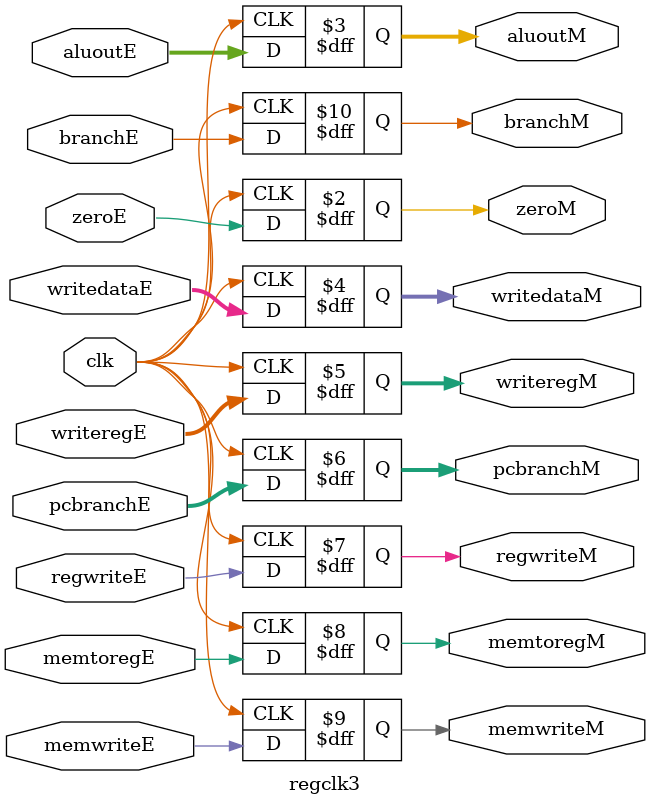
<source format=sv>
module regclk3 (input logic clk, zeroE,
				input logic [31:0] aluoutE, writedataE,
				input logic [4:0] writeregE, input logic [31:0] pcbranchE,
				input logic regwriteE, memtoregE, memwriteE, branchE,
				output logic zeroM, output logic [31:0] aluoutM, writedataM,
				output logic [4:0] writeregM, output logic [31:0] pcbranchM,
				output logic regwriteM, memtoregM, memwriteM, branchM);
				
	always_ff @(posedge clk)
	begin
		zeroM <= zeroE;
		aluoutM <= aluoutE;
		writedataM <= writedataE;
		writeregM <= writeregE;
		pcbranchM <= pcbranchE;
		regwriteM <= regwriteE;
		memtoregM <= memtoregE;
		memwriteM <= memwriteE;
		branchM <= branchE;
	end
		
endmodule
</source>
